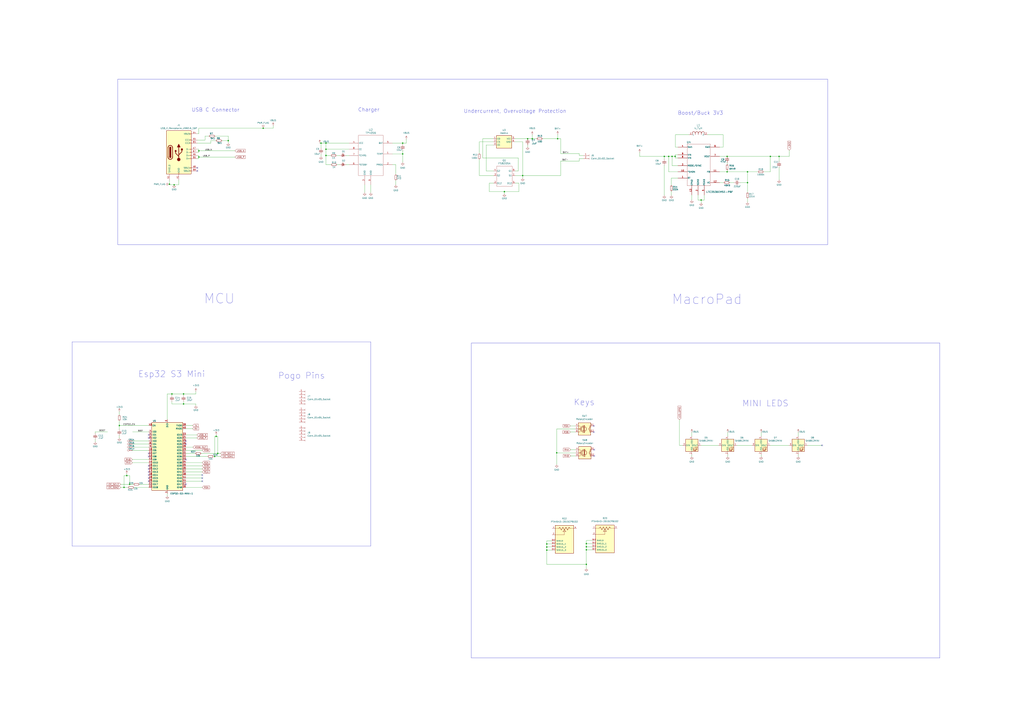
<source format=kicad_sch>
(kicad_sch (version 20231120) (generator "eeschema") (generator_version "8.0")
  (paper "A1")
  (junction (at 216.154 105.41))
  (junction (at 98.044 349.758))
  (junction (at 457.962 114.046))
  (junction (at 549.148 128.524))
  (junction (at 449.072 452.12))
  (junction (at 104.14 390.906))
  (junction (at 481.584 449.326))
  (junction (at 639.826 128.524))
  (junction (at 545.592 128.524))
  (junction (at 613.918 150.114))
  (junction (at 176.276 375.158))
  (junction (at 177.546 358.648))
  (junction (at 481.584 451.866))
  (junction (at 163.322 129.032))
  (junction (at 433.324 114.046))
  (junction (at 554.482 128.524))
  (junction (at 267.716 127.762))
  (junction (at 330.708 126.492))
  (junction (at 267.716 122.682))
  (junction (at 481.584 463.804))
  (junction (at 449.072 447.04))
  (junction (at 178.816 372.618))
  (junction (at 139.192 151.384))
  (junction (at 597.154 141.224))
  (junction (at 613.918 141.224))
  (junction (at 457.2 372.11))
  (junction (at 597.154 128.524))
  (junction (at 449.072 449.58))
  (junction (at 330.708 117.602))
  (junction (at 632.714 128.524))
  (junction (at 150.749 323.723))
  (junction (at 437.134 114.046))
  (junction (at 150.749 331.978))
  (junction (at 551.942 128.524))
  (junction (at 163.322 123.952))
  (junction (at 143.002 151.892))
  (junction (at 575.818 164.338))
  (junction (at 429.26 144.272))
  (junction (at 267.716 117.602))
  (junction (at 187.452 115.57))
  (junction (at 101.854 400.558))
  (junction (at 263.652 117.602))
  (junction (at 141.224 323.723))
  (junction (at 414.274 157.48))
  (junction (at 106.426 398.018))
  (junction (at 481.584 446.786))
  (no_connect (at 122.174 382.778))
  (no_connect (at 162.052 137.922))
  (no_connect (at 166.116 395.478))
  (no_connect (at 487.934 374.65))
  (no_connect (at 122.174 375.158))
  (no_connect (at 152.654 398.018))
  (no_connect (at 122.174 395.478))
  (no_connect (at 122.174 387.858))
  (no_connect (at 122.174 372.618))
  (no_connect (at 487.934 369.57))
  (no_connect (at 122.174 359.918))
  (no_connect (at 122.174 390.398))
  (no_connect (at 166.116 390.398))
  (no_connect (at 122.174 357.378))
  (no_connect (at 162.052 140.462))
  (no_connect (at 487.68 355.092))
  (no_connect (at 152.654 364.998))
  (no_connect (at 152.654 377.698))
  (no_connect (at 122.174 392.938))
  (no_connect (at 152.654 362.458))
  (no_connect (at 487.68 350.012))
  (no_connect (at 675.132 366.014))
  (no_connect (at 122.174 385.318))
  (no_connect (at 166.116 392.938))
  (wire (pts (xy 481.584 451.866) (xy 486.664 451.866)))
  (wire (pts (xy 178.816 372.618) (xy 181.229 372.618)))
  (wire (pts (xy 163.322 105.41) (xy 216.154 105.41)))
  (wire (pts (xy 139.192 151.384) (xy 139.192 151.892)))
  (wire (pts (xy 401.828 150.622) (xy 401.828 157.48)))
  (wire (pts (xy 78.232 354.838) (xy 78.232 356.108)))
  (wire (pts (xy 330.708 117.602) (xy 330.708 118.618)))
  (wire (pts (xy 168.402 111.76) (xy 168.402 115.062)))
  (wire (pts (xy 108.712 362.458) (xy 122.174 362.458)))
  (wire (pts (xy 573.278 160.274) (xy 573.278 164.338)))
  (wire (pts (xy 551.942 136.144) (xy 556.768 136.144)))
  (wire (pts (xy 176.657 111.76) (xy 187.452 111.76)))
  (wire (pts (xy 597.154 134.874) (xy 597.154 133.604)))
  (wire (pts (xy 141.224 323.723) (xy 141.224 324.993)))
  (wire (pts (xy 593.852 120.904) (xy 591.058 120.904)))
  (wire (pts (xy 460.502 132.334) (xy 475.742 132.334)))
  (wire (pts (xy 460.502 114.046) (xy 460.502 126.238)))
  (wire (pts (xy 78.232 361.188) (xy 78.232 363.093)))
  (wire (pts (xy 405.384 144.272) (xy 393.7 144.272)))
  (wire (pts (xy 99.06 400.558) (xy 101.854 400.558)))
  (wire (pts (xy 625.094 373.634) (xy 625.094 375.158)))
  (wire (pts (xy 110.109 400.558) (xy 122.174 400.558)))
  (wire (pts (xy 101.854 390.906) (xy 101.854 400.558)))
  (wire (pts (xy 163.322 123.952) (xy 163.322 125.222)))
  (wire (pts (xy 551.942 128.524) (xy 554.482 128.524)))
  (wire (pts (xy 162.052 115.062) (xy 168.402 115.062)))
  (wire (pts (xy 399.288 140.462) (xy 399.288 119.126)))
  (wire (pts (xy 330.708 126.492) (xy 330.708 133.35)))
  (wire (pts (xy 162.052 117.602) (xy 173.228 117.602)))
  (wire (pts (xy 449.072 452.12) (xy 449.072 463.804)))
  (wire (pts (xy 178.816 358.648) (xy 178.816 372.618)))
  (wire (pts (xy 625.094 355.346) (xy 625.094 358.394)))
  (wire (pts (xy 460.502 132.334) (xy 460.502 144.272)))
  (wire (pts (xy 591.058 150.114) (xy 594.36 150.114)))
  (wire (pts (xy 575.818 366.014) (xy 590.042 366.014)))
  (wire (pts (xy 591.058 141.224) (xy 597.154 141.224)))
  (wire (pts (xy 457.2 372.11) (xy 472.694 372.11)))
  (wire (pts (xy 137.414 405.638) (xy 137.414 407.543)))
  (wire (pts (xy 429.26 144.272) (xy 429.26 146.304)))
  (wire (pts (xy 166.116 400.558) (xy 152.654 400.558)))
  (wire (pts (xy 405.384 140.462) (xy 399.288 140.462)))
  (wire (pts (xy 106.426 390.906) (xy 106.426 398.018)))
  (wire (pts (xy 166.116 392.938) (xy 152.654 392.938)))
  (wire (pts (xy 166.116 380.238) (xy 152.654 380.238)))
  (wire (pts (xy 632.714 128.524) (xy 639.826 128.524)))
  (wire (pts (xy 284.226 135.382) (xy 286.766 135.382)))
  (wire (pts (xy 605.282 366.014) (xy 617.474 366.014)))
  (wire (pts (xy 106.426 398.018) (xy 109.474 398.018)))
  (wire (pts (xy 551.434 157.226) (xy 551.434 160.528)))
  (wire (pts (xy 141.224 331.978) (xy 150.749 331.978)))
  (wire (pts (xy 445.77 114.046) (xy 457.962 114.046)))
  (wire (pts (xy 449.072 452.12) (xy 453.39 452.12)))
  (wire (pts (xy 554.482 127.254) (xy 556.768 127.254)))
  (wire (pts (xy 160.909 321.818) (xy 160.909 323.723)))
  (wire (pts (xy 632.714 141.224) (xy 632.714 128.524)))
  (wire (pts (xy 558.038 366.014) (xy 558.038 344.932)))
  (wire (pts (xy 481.584 451.866) (xy 481.584 463.804)))
  (wire (pts (xy 187.452 111.76) (xy 187.452 115.57)))
  (wire (pts (xy 549.148 128.524) (xy 551.942 128.524)))
  (wire (pts (xy 99.06 398.018) (xy 106.426 398.018)))
  (wire (pts (xy 545.592 128.524) (xy 545.592 130.81)))
  (wire (pts (xy 422.91 114.046) (xy 433.324 114.046)))
  (wire (pts (xy 396.494 114.046) (xy 396.494 129.794)))
  (wire (pts (xy 573.278 164.338) (xy 575.818 164.338)))
  (wire (pts (xy 479.044 130.302) (xy 475.742 130.302)))
  (wire (pts (xy 139.192 151.892) (xy 143.002 151.892)))
  (wire (pts (xy 575.818 164.338) (xy 575.818 166.624)))
  (wire (pts (xy 597.154 139.954) (xy 597.154 141.224)))
  (wire (pts (xy 182.372 115.57) (xy 187.452 115.57)))
  (wire (pts (xy 98.044 340.868) (xy 98.044 338.328)))
  (wire (pts (xy 607.822 150.114) (xy 613.918 150.114)))
  (wire (pts (xy 405.13 114.046) (xy 396.494 114.046)))
  (wire (pts (xy 152.654 372.618) (xy 160.274 372.618)))
  (wire (pts (xy 457.2 352.552) (xy 472.44 352.552)))
  (wire (pts (xy 322.326 117.602) (xy 330.708 117.602)))
  (wire (pts (xy 162.052 130.302) (xy 163.322 130.302)))
  (wire (pts (xy 187.452 115.57) (xy 187.452 117.475)))
  (wire (pts (xy 299.466 151.892) (xy 299.466 158.242)))
  (wire (pts (xy 108.712 364.998) (xy 122.174 364.998)))
  (wire (pts (xy 166.116 382.778) (xy 152.654 382.778)))
  (wire (pts (xy 139.192 148.082) (xy 139.192 151.384)))
  (wire (pts (xy 545.592 128.524) (xy 549.148 128.524)))
  (wire (pts (xy 224.282 103.378) (xy 224.282 105.41)))
  (wire (pts (xy 525.272 125.222) (xy 525.272 128.524)))
  (wire (pts (xy 325.12 148.336) (xy 325.12 151.892)))
  (wire (pts (xy 414.274 157.48) (xy 426.212 157.48)))
  (wire (pts (xy 426.212 157.48) (xy 426.212 150.622)))
  (wire (pts (xy 152.654 359.918) (xy 161.798 359.918)))
  (wire (pts (xy 554.482 127.254) (xy 554.482 128.524)))
  (wire (pts (xy 166.116 395.478) (xy 152.654 395.478)))
  (wire (pts (xy 486.664 444.246) (xy 481.584 444.246)))
  (wire (pts (xy 578.358 160.274) (xy 578.358 164.338)))
  (wire (pts (xy 166.116 370.078) (xy 152.654 370.078)))
  (wire (pts (xy 449.072 449.58) (xy 449.072 452.12)))
  (wire (pts (xy 304.546 151.892) (xy 304.546 158.242)))
  (wire (pts (xy 176.276 358.648) (xy 177.546 358.648)))
  (wire (pts (xy 165.354 372.618) (xy 178.816 372.618)))
  (wire (pts (xy 648.208 123.444) (xy 648.208 128.524)))
  (wire (pts (xy 627.38 141.224) (xy 632.714 141.224)))
  (wire (pts (xy 175.514 375.158) (xy 176.276 375.158)))
  (wire (pts (xy 481.584 449.326) (xy 481.584 451.866)))
  (wire (pts (xy 556.768 146.304) (xy 551.434 146.304)))
  (wire (pts (xy 401.828 157.48) (xy 414.274 157.48)))
  (wire (pts (xy 267.716 127.762) (xy 267.716 135.382)))
  (wire (pts (xy 575.818 164.338) (xy 578.358 164.338)))
  (wire (pts (xy 263.652 117.602) (xy 267.716 117.602)))
  (wire (pts (xy 429.26 144.272) (xy 460.502 144.272)))
  (wire (pts (xy 322.326 135.382) (xy 325.12 135.382)))
  (wire (pts (xy 104.14 389.382) (xy 104.14 390.906)))
  (wire (pts (xy 551.942 136.144) (xy 551.942 128.524)))
  (wire (pts (xy 593.852 110.744) (xy 593.852 120.904)))
  (wire (pts (xy 597.154 141.224) (xy 613.918 141.224)))
  (wire (pts (xy 177.546 358.648) (xy 178.816 358.648)))
  (wire (pts (xy 613.918 163.068) (xy 613.918 166.116)))
  (wire (pts (xy 173.228 115.57) (xy 177.292 115.57)))
  (wire (pts (xy 271.78 135.382) (xy 267.716 135.382)))
  (wire (pts (xy 152.654 349.758) (xy 158.242 349.758)))
  (wire (pts (xy 78.232 354.838) (xy 88.392 354.838)))
  (wire (pts (xy 163.322 129.032) (xy 193.04 129.032)))
  (wire (pts (xy 393.7 131.064) (xy 393.7 144.272)))
  (wire (pts (xy 333.756 114.3) (xy 333.756 117.602)))
  (wire (pts (xy 166.116 385.318) (xy 152.654 385.318)))
  (wire (pts (xy 551.434 146.304) (xy 551.434 152.146)))
  (wire (pts (xy 98.044 349.758) (xy 98.044 352.933)))
  (wire (pts (xy 475.742 127.762) (xy 479.044 127.762)))
  (wire (pts (xy 101.854 390.906) (xy 104.14 390.906)))
  (wire (pts (xy 152.654 357.378) (xy 161.798 357.378)))
  (wire (pts (xy 425.704 140.462) (xy 423.164 140.462)))
  (wire (pts (xy 267.716 122.682) (xy 267.716 127.762)))
  (wire (pts (xy 457.2 372.11) (xy 457.2 381.762)))
  (wire (pts (xy 267.716 117.602) (xy 286.766 117.602)))
  (wire (pts (xy 393.7 116.586) (xy 393.7 125.984)))
  (wire (pts (xy 449.072 463.804) (xy 481.584 463.804)))
  (wire (pts (xy 425.704 129.794) (xy 425.704 140.462)))
  (wire (pts (xy 322.326 126.492) (xy 330.708 126.492)))
  (wire (pts (xy 639.826 128.524) (xy 639.826 132.588)))
  (wire (pts (xy 137.414 323.723) (xy 137.414 344.678)))
  (wire (pts (xy 449.072 444.5) (xy 449.072 447.04)))
  (wire (pts (xy 449.072 447.04) (xy 449.072 449.58)))
  (wire (pts (xy 655.574 373.634) (xy 655.574 375.158)))
  (wire (pts (xy 613.918 141.224) (xy 613.918 150.114)))
  (wire (pts (xy 475.742 130.302) (xy 475.742 132.334)))
  (wire (pts (xy 475.742 126.238) (xy 475.742 127.762)))
  (wire (pts (xy 437.134 114.046) (xy 440.69 114.046)))
  (wire (pts (xy 481.584 446.786) (xy 481.584 449.326)))
  (wire (pts (xy 263.652 126.746) (xy 263.652 128.524)))
  (wire (pts (xy 568.198 160.274) (xy 568.198 164.338)))
  (wire (pts (xy 108.712 367.538) (xy 122.174 367.538)))
  (wire (pts (xy 177.546 357.378) (xy 177.546 358.648)))
  (wire (pts (xy 581.152 110.744) (xy 593.852 110.744)))
  (wire (pts (xy 481.584 446.786) (xy 486.664 446.786)))
  (wire (pts (xy 104.14 390.906) (xy 106.426 390.906)))
  (wire (pts (xy 141.224 330.073) (xy 141.224 331.978)))
  (wire (pts (xy 453.39 444.5) (xy 449.072 444.5)))
  (wire (pts (xy 141.224 323.723) (xy 137.414 323.723)))
  (wire (pts (xy 460.502 126.238) (xy 475.742 126.238)))
  (wire (pts (xy 639.826 137.668) (xy 639.826 147.828)))
  (wire (pts (xy 263.652 117.602) (xy 263.652 121.666)))
  (wire (pts (xy 163.322 123.952) (xy 193.04 123.952)))
  (wire (pts (xy 556.768 120.904) (xy 554.736 120.904)))
  (wire (pts (xy 554.482 128.524) (xy 554.482 129.794)))
  (wire (pts (xy 545.592 135.89) (xy 545.592 160.528)))
  (wire (pts (xy 163.322 130.302) (xy 163.322 129.032)))
  (wire (pts (xy 613.918 150.114) (xy 613.918 157.988)))
  (wire (pts (xy 168.402 111.76) (xy 171.577 111.76)))
  (wire (pts (xy 423.164 144.272) (xy 429.26 144.272)))
  (wire (pts (xy 330.708 117.602) (xy 333.756 117.602)))
  (wire (pts (xy 481.584 444.246) (xy 481.584 446.786)))
  (wire (pts (xy 437.134 110.744) (xy 437.134 114.046)))
  (wire (pts (xy 98.044 349.758) (xy 122.174 349.758)))
  (wire (pts (xy 163.322 122.682) (xy 163.322 123.952)))
  (wire (pts (xy 163.322 129.032) (xy 163.322 127.762)))
  (wire (pts (xy 632.714 366.014) (xy 647.954 366.014)))
  (wire (pts (xy 325.12 135.382) (xy 325.12 143.256)))
  (wire (pts (xy 98.044 358.013) (xy 98.044 359.918)))
  (wire (pts (xy 162.052 109.982) (xy 163.322 109.982)))
  (wire (pts (xy 150.749 324.993) (xy 150.749 323.723)))
  (wire (pts (xy 150.749 331.978) (xy 150.749 330.073)))
  (wire (pts (xy 152.654 352.298) (xy 158.242 352.298)))
  (wire (pts (xy 150.749 323.723) (xy 141.224 323.723)))
  (wire (pts (xy 267.716 117.602) (xy 267.716 122.682)))
  (wire (pts (xy 560.578 366.014) (xy 558.038 366.014)))
  (wire (pts (xy 166.116 390.398) (xy 152.654 390.398)))
  (wire (pts (xy 276.606 127.762) (xy 279.146 127.762)))
  (wire (pts (xy 568.198 373.634) (xy 568.198 375.158)))
  (wire (pts (xy 457.2 352.552) (xy 457.2 372.11)))
  (wire (pts (xy 262.636 117.602) (xy 263.652 117.602)))
  (wire (pts (xy 330.708 123.698) (xy 330.708 126.492)))
  (wire (pts (xy 158.496 367.538) (xy 152.654 367.538)))
  (wire (pts (xy 599.44 150.114) (xy 602.742 150.114)))
  (wire (pts (xy 276.86 135.382) (xy 279.146 135.382)))
  (wire (pts (xy 568.198 355.346) (xy 568.198 358.394)))
  (wire (pts (xy 422.91 116.586) (xy 429.26 116.586)))
  (wire (pts (xy 556.768 129.794) (xy 554.482 129.794)))
  (wire (pts (xy 160.909 331.978) (xy 160.909 333.248)))
  (wire (pts (xy 613.918 141.224) (xy 622.3 141.224)))
  (wire (pts (xy 108.839 354.838) (xy 122.174 354.838)))
  (wire (pts (xy 554.736 120.904) (xy 554.736 110.744)))
  (wire (pts (xy 163.322 105.41) (xy 163.322 109.982)))
  (wire (pts (xy 468.376 350.012) (xy 472.44 350.012)))
  (wire (pts (xy 468.63 369.57) (xy 472.694 369.57)))
  (wire (pts (xy 162.052 122.682) (xy 163.322 122.682)))
  (wire (pts (xy 449.072 449.58) (xy 453.39 449.58)))
  (wire (pts (xy 101.854 400.558) (xy 105.029 400.558)))
  (wire (pts (xy 396.494 129.794) (xy 425.704 129.794)))
  (wire (pts (xy 163.322 125.222) (xy 162.052 125.222)))
  (wire (pts (xy 150.749 323.723) (xy 160.909 323.723)))
  (wire (pts (xy 176.276 358.648) (xy 176.276 375.158)))
  (wire (pts (xy 414.274 157.48) (xy 414.274 159.258)))
  (wire (pts (xy 267.716 127.762) (xy 271.526 127.762)))
  (wire (pts (xy 433.324 114.046) (xy 437.134 114.046)))
  (wire (pts (xy 405.13 116.586) (xy 393.7 116.586)))
  (wire (pts (xy 173.228 117.602) (xy 173.228 115.57)))
  (wire (pts (xy 591.058 128.524) (xy 597.154 128.524)))
  (wire (pts (xy 176.276 375.158) (xy 181.229 375.158)))
  (wire (pts (xy 160.909 331.978) (xy 150.749 331.978)))
  (wire (pts (xy 481.584 449.326) (xy 486.664 449.326)))
  (wire (pts (xy 554.736 110.744) (xy 565.912 110.744)))
  (wire (pts (xy 597.662 373.634) (xy 597.662 375.158)))
  (wire (pts (xy 108.712 370.078) (xy 122.174 370.078)))
  (wire (pts (xy 98.044 345.948) (xy 98.044 349.758)))
  (wire (pts (xy 152.654 375.158) (xy 170.434 375.158)))
  (wire (pts (xy 146.812 151.892) (xy 143.002 151.892)))
  (wire (pts (xy 468.376 355.092) (xy 472.44 355.092)))
  (wire (pts (xy 525.272 128.524) (xy 545.592 128.524)))
  (wire (pts (xy 597.662 355.346) (xy 597.662 358.394)))
  (wire (pts (xy 457.962 114.046) (xy 460.502 114.046)))
  (wire (pts (xy 597.154 128.524) (xy 632.714 128.524)))
  (wire (pts (xy 655.574 355.346) (xy 655.574 358.394)))
  (wire (pts (xy 399.288 119.126) (xy 405.13 119.126)))
  (wire (pts (xy 433.324 119.126) (xy 433.324 120.65)))
  (wire (pts (xy 166.116 387.858) (xy 152.654 387.858)))
  (wire (pts (xy 286.766 122.682) (xy 267.716 122.682)))
  (wire (pts (xy 481.584 463.804) (xy 481.584 467.106)))
  (wire (pts (xy 284.226 127.762) (xy 286.766 127.762)))
  (wire (pts (xy 549.148 141.224) (xy 556.768 141.224)))
  (wire (pts (xy 114.554 398.018) (xy 122.174 398.018)))
  (wire (pts (xy 426.212 150.622) (xy 423.164 150.622)))
  (wire (pts (xy 549.148 141.224) (xy 549.148 128.524)))
  (wire (pts (xy 216.154 105.41) (xy 224.282 105.41)))
  (wire (pts (xy 429.26 116.586) (xy 429.26 144.272)))
  (wire (pts (xy 449.072 447.04) (xy 453.39 447.04)))
  (wire (pts (xy 639.826 128.524) (xy 648.208 128.524)))
  (wire (pts (xy 405.384 150.622) (xy 401.828 150.622)))
  (wire (pts (xy 108.712 377.698) (xy 122.174 377.698)))
  (wire (pts (xy 457.962 110.49) (xy 457.962 114.046)))
  (wire (pts (xy 146.812 148.082) (xy 146.812 151.892)))
  (wire (pts (xy 468.63 374.65) (xy 472.694 374.65)))
  (wire (pts (xy 663.194 366.014) (xy 675.132 366.014)))
  (wire (pts (xy 108.712 380.238) (xy 122.174 380.238)))
  (wire (pts (xy 163.322 127.762) (xy 162.052 127.762)))
  (rectangle (start 96.774 65.024) (end 679.704 201.168))
  (rectangle (start 387.096 281.94) (end 771.906 540.766))
  (rectangle (start 59.182 280.924) (end 304.546 448.818))
  (text "Charger" (at 302.895 90.297 0) (effects (font (size 3 3))))
  (text "MINI LEDS" (at 628.65 331.724 0) (effects (font (size 5 5))))
  (text "USB C Connector" (at 177.038 90.424 0) (effects (font (size 3 3))))
  (text "Undercurrent, Overvoltage Protection" (at 423.037 91.44 0) (effects (font (size 3 3))))
  (text "MacroPad" (at 580.644 246.126 0) (effects (font (size 8 8))))
  (text "Esp32 S3 Mini" (at 140.97 307.594 0) (effects (font (size 5 5))))
  (text "MCU" (at 180.086 245.618 0) (effects (font (size 8 8))))
  (text "Pogo Pins\n" (at 247.65 308.864 0) (effects (font (size 5 5))))
  (text "Keys" (at 479.806 330.708 0) (effects (font (size 5 5))))
  (text "Boost/Buck 3V3" (at 575.31 92.964 0) (effects (font (size 3 3))))
  (label "BAT-" (at 466.852 132.334 180))
  (label "USB_P" (at 166.624 129.032 0) (effects (font (size 1.15 1.15))))
  (label "BAT+" (at 467.106 126.238 180))
  (label "USB_N" (at 168.402 123.952 0) (effects (font (size 1.15 1.15))))
  (label "ESP32_EN" (at 101.219 349.758 0))
  (label "BOOT" (at 81.407 354.838 0))
  (label "BOOT" (at 113.284 354.838 0) (effects (font (size 1 1))))
  (global_label "I2C_SCL1" (shape input) (at 181.229 372.618 0) (property "Intersheetrefs" "${INTERSHEET_REFS}" (effects (hide yes))))
  (global_label "R4B" (shape input) (at 468.63 374.65 180) (property "Intersheetrefs" "${INTERSHEET_REFS}" (effects (hide yes))))
  (global_label "+3V3" (shape input) (at 648.208 123.444 90) (property "Intersheetrefs" "${INTERSHEET_REFS}" (effects (hide yes))))
  (global_label "USB_N" (shape input) (at 193.04 123.952 0) (property "Intersheetrefs" "${INTERSHEET_REFS}" (effects (hide yes))))
  (global_label "I2C_SCL2" (shape input) (at 99.06 398.018 180) (property "Intersheetrefs" "${INTERSHEET_REFS}" (effects (hide yes))))
  (global_label "R1A" (shape input) (at 166.116 387.858 0) (property "Intersheetrefs" "${INTERSHEET_REFS}" (effects (hide yes))))
  (global_label "I2C_SDA1" (shape input) (at 181.229 375.158 0) (property "Intersheetrefs" "${INTERSHEET_REFS}" (effects (hide yes))))
  (global_label "R4A" (shape input) (at 108.712 380.238 180) (property "Intersheetrefs" "${INTERSHEET_REFS}" (effects (hide yes))))
  (global_label "R2A" (shape input) (at 166.116 380.238 0) (property "Intersheetrefs" "${INTERSHEET_REFS}" (effects (hide yes))))
  (global_label "R3A" (shape input) (at 166.116 400.558 0) (property "Intersheetrefs" "${INTERSHEET_REFS}" (effects (hide yes))))
  (global_label "LED_GPIO" (shape input) (at 558.038 344.932 90) (property "Intersheetrefs" "${INTERSHEET_REFS}" (effects (hide yes))))
  (global_label "TX" (shape input) (at 158.242 349.758 0) (property "Intersheetrefs" "${INTERSHEET_REFS}" (effects (hide yes))))
  (global_label "R3A" (shape input) (at 468.376 350.012 180) (property "Intersheetrefs" "${INTERSHEET_REFS}" (effects (hide yes))))
  (global_label "R4B" (shape input) (at 108.712 377.698 180) (property "Intersheetrefs" "${INTERSHEET_REFS}" (effects (hide yes))))
  (global_label "R2B" (shape input) (at 166.116 382.778 0) (property "Intersheetrefs" "${INTERSHEET_REFS}" (effects (hide yes))))
  (global_label "USB_P" (shape input) (at 193.04 129.032 0) (property "Intersheetrefs" "${INTERSHEET_REFS}" (effects (hide yes))))
  (global_label "AS56_OUT" (shape input) (at 158.496 367.538 0) (property "Intersheetrefs" "${INTERSHEET_REFS}" (effects (hide yes))))
  (global_label "R3B" (shape input) (at 166.116 370.078 0) (property "Intersheetrefs" "${INTERSHEET_REFS}" (effects (hide yes))))
  (global_label "USB_N" (shape input) (at 161.798 357.378 0) (property "Intersheetrefs" "${INTERSHEET_REFS}" (effects (hide yes))))
  (global_label "R1B" (shape input) (at 166.116 385.318 0) (property "Intersheetrefs" "${INTERSHEET_REFS}" (effects (hide yes))))
  (global_label "RX" (shape input) (at 158.242 352.298 0) (property "Intersheetrefs" "${INTERSHEET_REFS}" (effects (hide yes))))
  (global_label "I2C_SDA2" (shape input) (at 99.06 400.558 180) (property "Intersheetrefs" "${INTERSHEET_REFS}" (effects (hide yes))))
  (global_label "R3B" (shape input) (at 468.376 355.092 180) (property "Intersheetrefs" "${INTERSHEET_REFS}" (effects (hide yes))))
  (global_label "USB_P" (shape input) (at 161.798 359.918 0) (property "Intersheetrefs" "${INTERSHEET_REFS}" (effects (hide yes))))
  (global_label "R4A" (shape input) (at 468.63 369.57 180) (property "Intersheetrefs" "${INTERSHEET_REFS}" (effects (hide yes))))
  (symbol (lib_id "power:GND") (at 613.918 166.116 0) (unit 1)
    (property "Reference" "#PWR033" (effects (hide yes)))
    (property "Value" "GND" (at 613.918 170.18 0))
    (property "Description" "Power symbol creates a global label with name \"GND\" , ground" (effects (hide yes)))
  )
  (symbol (lib_id "Device:R_Small") (at 325.12 145.796 180) (unit 1)
    (property "Reference" "R11" (at 327.66 144.78 0))
    (property "Value" "1K3" (at 327.66 146.558 0))
    (property "Footprint" "Resistor_SMD:R_0603_1608Metric_Pad0.98x0.95mm_HandSolder" (effects (hide yes)))
    (property "Description" "Resistor, small symbol" (effects (hide yes)))
    (property "Manufacture Part Number" "FRC0603F1301TS" (effects (hide yes)))
    (property "LCSC Part Number" "C2906977" (effects (hide yes)))
  )
  (symbol (lib_id "power:+3V3") (at 160.909 321.818 0) (unit 1)
    (property "Reference" "#PWR037" (effects (hide yes)))
    (property "Value" "+3V3" (at 160.909 316.738 0))
    (property "Description" "Power symbol creates a global label with name \"+3V3\"" (effects (hide yes)))
  )
  (symbol (lib_id "power:PWR_FLAG") (at 216.154 105.41 0) (unit 1)
    (property "Reference" "#FLG02" (effects (hide yes)))
    (property "Value" "PWR_FLAG" (at 216.154 100.965 0))
    (property "Description" "Special symbol for telling ERC where power comes from" (effects (hide yes)))
  )
  (symbol (lib_id "power:GND") (at 429.26 146.304 0) (unit 1)
    (property "Reference" "#PWR020" (effects (hide yes)))
    (property "Value" "GND" (at 429.26 150.622 0))
    (property "Description" "Power symbol creates a global label with name \"GND\" , ground" (effects (hide yes)))
  )
  (symbol (lib_id "Device:C_Small") (at 150.749 327.533 0) (unit 1)
    (property "Reference" "C15" (at 153.289 326.9042 0) (effects (justify left)))
    (property "Value" "10uF" (at 153.289 328.8093 0) (effects (justify left)))
    (property "Footprint" "Capacitor_SMD:C_0603_1608Metric_Pad1.08x0.95mm_HandSolder" (effects (hide yes)))
    (property "Description" "Unpolarized capacitor, small symbol" (effects (hide yes)))
  )
  (symbol (lib_id "Device:R_Small") (at 162.814 372.618 270) (mirror x) (unit 1)
    (property "Reference" "R27" (at 156.718 371.348 90) (effects (justify left)))
    (property "Value" "10k" (at 160.909 374.523 90) (effects (justify left)))
    (property "Footprint" "Resistor_SMD:R_0603_1608Metric_Pad0.98x0.95mm_HandSolder" (effects (hide yes)))
    (property "Description" "Resistor, small symbol" (effects (hide yes)))
  )
  (symbol (lib_id "LED:SK6812MINI") (at 568.198 366.014 0) (unit 1)
    (property "Reference" "D5" (at 579.882 359.6954 0))
    (property "Value" "SK6812MINI" (at 579.882 362.2354 0))
    (property "Footprint" "LED_SMD:LED_SK6812MINI_PLCC4_3.5x3.5mm_P1.75mm_1_Hole_Pads" (effects (hide yes)))
    (property "Datasheet" "https://cdn-shop.adafruit.com/product-files/2686/SK6812MINI_REV.01-1-2.pdf" (effects (hide yes)))
    (property "Description" "RGB LED with integrated controller" (effects (hide yes)))
  )
  (symbol (lib_id "Device:LED_Small") (at 281.686 127.762 0) (mirror y) (unit 1)
    (property "Reference" "D1" (at 282.194 124.46 0))
    (property "Value" "LED_Small" (effects (hide yes)))
    (property "Footprint" "LED_SMD:LED_0603_1608Metric_Pad1.05x0.95mm_HandSolder" (effects (hide yes)))
    (property "Description" "Colorless Transparent Lens 50mW 620nm~630nm 20mA Positive Stick -20℃~+85℃ Red 120° 330mcd 2.3V 0603 LED" (effects (hide yes)))
    (property "Manufacture Part Number" "SZYY0603B" (effects (hide yes)))
    (property "LCSC Part Number" "C434421" (effects (hide yes)))
  )
  (symbol (lib_id "power:GND") (at 655.574 375.158 0) (unit 1)
    (property "Reference" "#PWR048" (effects (hide yes)))
    (property "Value" "GND" (at 655.574 379.476 0))
    (property "Description" "Power symbol creates a global label with name \"GND\" , ground" (effects (hide yes)))
  )
  (symbol (lib_id "power:VBUS") (at 437.134 110.744 0) (unit 1)
    (property "Reference" "#PWR022" (effects (hide yes)))
    (property "Value" "VBUS" (at 437.134 105.41 0))
    (property "Description" "Power symbol creates a global label with name \"VBUS\"" (effects (hide yes)))
  )
  (symbol (lib_id "power:GND") (at 78.232 363.093 0) (unit 1)
    (property "Reference" "#PWR029" (effects (hide yes)))
    (property "Value" "GND" (at 78.232 366.903 0))
    (property "Description" "Power symbol creates a global label with name \"GND\" , ground" (effects (hide yes)))
  )
  (symbol (lib_id "power:GND") (at 575.818 166.624 0) (unit 1)
    (property "Reference" "#PWR028" (effects (hide yes)))
    (property "Value" "GND" (at 575.818 170.942 0))
    (property "Description" "Power symbol creates a global label with name \"GND\" , ground" (effects (hide yes)))
  )
  (symbol (lib_id "Device:C_Small") (at 263.652 124.206 0) (unit 1)
    (property "Reference" "C5" (at 259.588 122.428 0) (effects (justify left)))
    (property "Value" "10uF" (at 258.064 126.492 0) (effects (justify left)))
    (property "Footprint" "Capacitor_SMD:C_0603_1608Metric_Pad1.08x0.95mm_HandSolder" (effects (hide yes)))
    (property "Description" "Unpolarized capacitor, small symbol" (effects (hide yes)))
    (property "Manufacture Part Number" "CS1608X5R106M160NRB" (effects (hide yes)))
    (property "LCSC Part Number" "C2909630" (effects (hide yes)))
  )
  (symbol (lib_id "power:GND") (at 325.12 151.892 0) (unit 1)
    (property "Reference" "#PWR016" (effects (hide yes)))
    (property "Value" "GND" (at 325.12 156.464 0))
    (property "Description" "Power symbol creates a global label with name \"GND\" , ground" (effects (hide yes)))
  )
  (symbol (lib_id "Device:LED_Small") (at 281.686 135.382 0) (mirror y) (unit 1)
    (property "Reference" "D2" (at 282.194 132.08 0))
    (property "Value" "LED_Small" (effects (hide yes)))
    (property "Footprint" "LED_SMD:LED_0603_1608Metric_Pad1.05x0.95mm_HandSolder" (effects (hide yes)))
    (property "Description" "Colorless Transparent Lens 50mW 620nm~630nm 20mA Positive Stick -20℃~+85℃ Red 120° 330mcd 2.3V 0603 LED" (effects (hide yes)))
    (property "Manufacture Part Number" "XL-1608SURC-06" (effects (hide yes)))
    (property "LCSC Part Number" "C965799" (effects (hide yes)))
  )
  (symbol (lib_id "power:+3V3") (at 568.198 355.346 0) (unit 1)
    (property "Reference" "#PWR031" (effects (hide yes)))
    (property "Value" "VBUS" (at 571.246 354.838 0))
    (property "Description" "Power symbol creates a global label with name \"+3V3\"" (effects (hide yes)))
  )
  (symbol (lib_id "power:GND") (at 304.546 158.242 0) (unit 1)
    (property "Reference" "#PWR015" (effects (hide yes)))
    (property "Value" "GND" (at 304.546 162.814 0))
    (property "Description" "Power symbol creates a global label with name \"GND\" , ground" (effects (hide yes)))
  )
  (symbol (lib_id "power:GND") (at 551.434 160.528 0) (unit 1)
    (property "Reference" "#PWR026" (effects (hide yes)))
    (property "Value" "GND" (at 551.434 164.592 0))
    (property "Description" "Power symbol creates a global label with name \"GND\" , ground" (effects (hide yes)))
  )
  (symbol (lib_id "Device:C_Small") (at 98.044 355.473 0) (unit 1)
    (property "Reference" "C13" (at 99.949 354.203 0) (effects (justify left)))
    (property "Value" ".1uF" (at 99.949 356.1081 0) (effects (justify left)))
    (property "Footprint" "Capacitor_SMD:C_0603_1608Metric_Pad1.08x0.95mm_HandSolder" (effects (hide yes)))
    (property "Description" "Unpolarized capacitor, small symbol" (effects (hide yes)))
  )
  (symbol (lib_id "Device:RotaryEncoder_Switch") (at 480.314 372.11 0) (unit 1)
    (property "Reference" "SW8" (at 480.314 361.696 0))
    (property "Value" "RotaryEncoder" (at 480.314 364.236 0))
    (property "Footprint" "Test_Encoder:PEC12R-4x15F-Sxxxx_BRN" (effects (hide yes)))
    (property "Description" "Rotary encoder, dual channel, incremental quadrate outputs, with switch" (effects (hide yes)))
  )
  (symbol (lib_id "power:GND") (at 414.274 159.258 0) (unit 1)
    (property "Reference" "#PWR019" (effects (hide yes)))
    (property "Value" "GND" (at 414.274 163.068 0))
    (property "Description" "Power symbol creates a global label with name \"GND\" , ground" (effects (hide yes)))
  )
  (symbol (lib_id "power:GND") (at 98.044 359.918 0) (unit 1)
    (property "Reference" "#PWR034" (effects (hide yes)))
    (property "Value" "GND" (at 98.044 363.728 0))
    (property "Description" "Power symbol creates a global label with name \"GND\" , ground" (effects (hide yes)))
  )
  (symbol (lib_id "power:GND") (at 160.909 333.248 0) (unit 1)
    (property "Reference" "#PWR041" (effects (hide yes)))
    (property "Value" "GND" (at 160.909 337.058 0))
    (property "Description" "Power symbol creates a global label with name \"GND\" , ground" (effects (hide yes)))
  )
  (symbol (lib_id "Device:C_Small") (at 605.282 150.114 90) (unit 1)
    (property "Reference" "C10" (at 605.282 147.066 90))
    (property "Value" "220pF" (at 605.536 153.162 90))
    (property "Footprint" "Capacitor_SMD:C_0603_1608Metric_Pad1.08x0.95mm_HandSolder" (effects (hide yes)))
    (property "Description" "Unpolarized capacitor, small symbol" (effects (hide yes)))
    (property "Manufacture Part Number" "0603CG221J500NT" (effects (hide yes)))
    (property "LCSC Part Number" "C156398" (effects (hide yes)))
  )
  (symbol (lib_id "power:+3V3") (at 597.662 355.346 0) (unit 1)
    (property "Reference" "#PWR038" (effects (hide yes)))
    (property "Value" "VBUS" (at 600.71 354.838 0))
    (property "Description" "Power symbol creates a global label with name \"+3V3\"" (effects (hide yes)))
  )
  (symbol (lib_id "Device:C_Small") (at 141.224 327.533 0) (unit 1)
    (property "Reference" "C14" (at 143.764 326.9042 0) (effects (justify left)))
    (property "Value" ".1uF" (at 143.764 328.8093 0) (effects (justify left)))
    (property "Footprint" "Capacitor_SMD:C_0603_1608Metric_Pad1.08x0.95mm_HandSolder" (effects (hide yes)))
    (property "Description" "Unpolarized capacitor, small symbol" (effects (hide yes)))
  )
  (symbol (lib_id "Connector:Conn_01x05_Socket") (at 250.698 341.884 0) (unit 1)
    (property "Reference" "J8" (at 252.476 340.6139 0) (effects (justify left)))
    (property "Value" "Conn_01x05_Socket" (at 252.476 343.1539 0) (effects (justify left)))
    (property "Footprint" "Connector_PinHeader_2.54mm:PinHeader_1x05_P2.54mm_Vertical_Adafruit" (effects (hide yes)))
    (property "Description" "Generic connector, single row, 01x05, script generated" (effects (hide yes)))
  )
  (symbol (lib_id "Connector:Conn_01x05_Socket") (at 250.698 356.87 0) (unit 1)
    (property "Reference" "J9" (at 252.476 355.5999 0) (effects (justify left)))
    (property "Value" "Conn_01x05_Socket" (at 252.476 358.1399 0) (effects (justify left)))
    (property "Footprint" "Connector_PinHeader_2.54mm:PinHeader_1x05_P2.54mm_Vertical_Adafruit" (effects (hide yes)))
    (property "Description" "Generic connector, single row, 01x05, script generated" (effects (hide yes)))
  )
  (symbol (lib_id "Connector:TestPoint") (at 108.712 367.538 90) (unit 1)
    (property "Reference" "TP16" (at 107.95 366.522 90))
    (property "Value" "TestPoint" (effects (hide yes)))
    (property "Description" "test point" (effects (hide yes)))
  )
  (symbol (lib_id "Device:R_Small") (at 624.84 141.224 270) (unit 1)
    (property "Reference" "R18" (at 624.84 139.192 90))
    (property "Value" "1000k" (at 624.84 143.51 90))
    (property "Footprint" "Resistor_SMD:R_0603_1608Metric_Pad0.98x0.95mm_HandSolder" (effects (hide yes)))
    (property "Description" "Resistor, small symbol" (effects (hide yes)))
    (property "Manufacture Part Number" "SFR03EZPF1004" (effects (hide yes)))
    (property "LCSC Part Number" "C2962743" (effects (hide yes)))
  )
  (symbol (lib_id "LED:SK6812MINI") (at 597.662 366.014 0) (unit 1)
    (property "Reference" "D6" (at 609.346 359.6954 0))
    (property "Value" "SK6812MINI" (at 609.346 362.2354 0))
    (property "Footprint" "LED_SMD:LED_SK6812MINI_PLCC4_3.5x3.5mm_P1.75mm_1_Hole_Pads" (effects (hide yes)))
    (property "Datasheet" "https://cdn-shop.adafruit.com/product-files/2686/SK6812MINI_REV.01-1-2.pdf" (effects (hide yes)))
    (property "Description" "RGB LED with integrated controller" (effects (hide yes)))
  )
  (symbol (lib_id "Device:R_Small") (at 596.9 150.114 90) (unit 1)
    (property "Reference" "R15" (at 597.154 148.082 90))
    (property "Value" "49K9" (at 597.154 152.4 90))
    (property "Footprint" "Resistor_SMD:R_0603_1608Metric_Pad0.98x0.95mm_HandSolder" (effects (hide yes)))
    (property "Description" "Resistor, small symbol" (effects (hide yes)))
    (property "Manufacture Part Number" "0603WAF4992T5E" (effects (hide yes)))
    (property "LCSC Part Number" "C23184" (effects (hide yes)))
  )
  (symbol (lib_id "Battery_Management:DW01A") (at 415.29 116.586 0) (unit 1)
    (property "Reference" "U3" (at 414.02 106.934 0))
    (property "Value" "DW01A" (at 414.02 109.474 0))
    (property "Footprint" "Package_TO_SOT_SMD:SOT-23-6" (effects (hide yes)))
    (property "Datasheet" "https://www.lcsc.com/datasheet/lcsc_datasheet_2410121609_HUASHUO-DW01_C700964.pdf" (effects (hide yes)))
    (property "Description" "Overcharge, overcurrent and overdischarge protection IC for single cell lithium-ion/polymer battery" (effects (hide yes)))
    (property "LCSC Part Number" "C700964 " (effects (hide yes)))
    (property "Manufacture Part Number" "DW01" (effects (hide yes)))
  )
  (symbol (lib_id "RF_Module:ESP32-S3-MINI-1") (at 137.414 375.158 0) (unit 1)
    (property "Reference" "U5" (at 125.349 345.948 0) (effects (justify left)))
    (property "Value" "ESP32-S3-MINI-1" (at 139.954 405.638 0) (effects (justify left)))
    (property "Footprint" "RF_Module:ESP32-S2-MINI-1" (effects (hide yes)))
    (property "Datasheet" "https://www.espressif.com/sites/default/files/documentation/esp32-s3-mini-1_mini-1u_datasheet_en.pdf" (effects (hide yes)))
    (property "Description" "RF Module, ESP32-S3 SoC, Wi-Fi 802.11b/g/n, Bluetooth, BLE, 32-bit, 3.3V, SMD, onboard antenna" (effects (hide yes)))
  )
  (symbol (lib_id "Device:RotaryEncoder_Switch") (at 480.06 352.552 0) (unit 1)
    (property "Reference" "SW7" (at 480.06 341.884 0))
    (property "Value" "RotaryEncoder" (at 480.06 344.424 0))
    (property "Footprint" "Test_Encoder:PEC12R-4x15F-Sxxxx_BRN" (effects (hide yes)))
    (property "Description" "Rotary encoder, dual channel, incremental quadrate outputs, with switch" (effects (hide yes)))
  )
  (symbol (lib_id "Connector:TestPoint") (at 108.712 370.078 90) (unit 1)
    (property "Reference" "TP17" (at 107.95 369.062 90))
    (property "Value" "TestPoint" (effects (hide yes)))
    (property "Description" "test point" (effects (hide yes)))
  )
  (symbol (lib_id "power:GND") (at 568.198 375.158 0) (unit 1)
    (property "Reference" "#PWR032" (effects (hide yes)))
    (property "Value" "GND" (at 568.198 379.476 0))
    (property "Description" "Power symbol creates a global label with name \"GND\" , ground" (effects (hide yes)))
  )
  (symbol (lib_id "LED:SK6812MINI") (at 625.094 366.014 0) (unit 1)
    (property "Reference" "D7" (at 636.778 359.6954 0))
    (property "Value" "SK6812MINI" (at 636.778 362.2354 0))
    (property "Footprint" "LED_SMD:LED_SK6812MINI_PLCC4_3.5x3.5mm_P1.75mm_1_Hole_Pads" (effects (hide yes)))
    (property "Datasheet" "https://cdn-shop.adafruit.com/product-files/2686/SK6812MINI_REV.01-1-2.pdf" (effects (hide yes)))
    (property "Description" "RGB LED with integrated controller" (effects (hide yes)))
  )
  (symbol (lib_id "power:GND") (at 481.584 467.106 0) (unit 1)
    (property "Reference" "#PWR01" (effects (hide yes)))
    (property "Value" "GND" (at 481.584 471.932 0))
    (property "Description" "Power symbol creates a global label with name \"GND\" , ground" (effects (hide yes)))
  )
  (symbol (lib_id "Device:C_Small") (at 639.826 135.128 0) (unit 1)
    (property "Reference" "C11" (at 635.508 133.096 0) (effects (justify left)))
    (property "Value" "22pF" (at 634.238 137.414 0) (effects (justify left)))
    (property "Footprint" "Capacitor_SMD:C_0603_1608Metric_Pad1.08x0.95mm_HandSolder" (effects (hide yes)))
    (property "Description" "Unpolarized capacitor, small symbol" (effects (hide yes)))
    (property "Manufacture Part Number" "0603N220F101CT" (effects (hide yes)))
    (property "LCSC Part Number" "C296053" (effects (hide yes)))
  )
  (symbol (lib_id "Device:C_Small") (at 545.592 133.35 0) (unit 1)
    (property "Reference" "C8" (at 538.226 132.08 0) (effects (justify left)))
    (property "Value" "10uF" (at 538.226 134.62 0) (effects (justify left)))
    (property "Footprint" "Capacitor_SMD:C_0603_1608Metric_Pad1.08x0.95mm_HandSolder" (effects (hide yes)))
    (property "Description" "Unpolarized capacitor, small symbol" (effects (hide yes)))
    (property "Manufacture Part Number" "CS1608X5R106M160NRB" (effects (hide yes)))
    (property "LCSC Part Number" "C2909630" (effects (hide yes)))
  )
  (symbol (lib_id "power:VBUS") (at 224.282 103.378 0) (unit 1)
    (property "Reference" "#PWR011" (effects (hide yes)))
    (property "Value" "VBUS" (at 224.282 98.933 0))
    (property "Description" "Power symbol creates a global label with name \"VBUS\"" (effects (hide yes)))
  )
  (symbol (lib_id "LED:SK6812MINI") (at 655.574 366.014 0) (unit 1)
    (property "Reference" "D8" (at 667.258 359.6954 0))
    (property "Value" "SK6812MINI" (at 667.258 362.2354 0))
    (property "Footprint" "LED_SMD:LED_SK6812MINI_PLCC4_3.5x3.5mm_P1.75mm_1_Hole_Pads" (effects (hide yes)))
    (property "Datasheet" "https://cdn-shop.adafruit.com/product-files/2686/SK6812MINI_REV.01-1-2.pdf" (effects (hide yes)))
    (property "Description" "RGB LED with integrated controller" (effects (hide yes)))
  )
  (symbol (lib_id "Connector:USB_C_Receptacle_USB2.0_16P") (at 146.812 125.222 0) (unit 1)
    (property "Reference" "J1" (at 146.812 102.87 0))
    (property "Value" "USB_C_Receptacle_USB2.0_16P" (at 146.812 105.41 0))
    (property "Footprint" "Connector_USB:USB_C_Receptacle_GCT_USB4105-xx-A_16P_TopMnt_Horizontal" (effects (hide yes)))
    (property "Datasheet" "https://www.usb.org/sites/default/files/documents/usb_type-c.zip" (effects (hide yes)))
    (property "Description" "USB 2.0-only 16P Type-C Receptacle connector" (effects (hide yes)))
  )
  (symbol (lib_id "power:GND") (at 597.662 375.158 0) (unit 1)
    (property "Reference" "#PWR039" (effects (hide yes)))
    (property "Value" "GND" (at 597.662 379.476 0))
    (property "Description" "Power symbol creates a global label with name \"GND\" , ground" (effects (hide yes)))
  )
  (symbol (lib_id "power:GND") (at 263.652 128.524 0) (unit 1)
    (property "Reference" "#PWR013" (effects (hide yes)))
    (property "Value" "GND" (at 263.652 133.096 0))
    (property "Description" "Power symbol creates a global label with name \"GND\" , ground" (effects (hide yes)))
  )
  (symbol (lib_id "power:PWR_FLAG") (at 139.192 151.384 90) (unit 1)
    (property "Reference" "#FLG01" (effects (hide yes)))
    (property "Value" "PWR_FLAG" (at 135.89 151.3839 90) (effects (justify left)))
    (property "Description" "Special symbol for telling ERC where power comes from" (effects (hide yes)))
  )
  (symbol (lib_id "Device:R_Small") (at 179.832 115.57 270) (unit 1)
    (property "Reference" "R8" (at 177.927 113.665 90) (effects (justify left)))
    (property "Value" "5k1" (at 178.562 117.475 90) (effects (justify left)))
    (property "Footprint" "Resistor_SMD:R_0603_1608Metric" (effects (hide yes)))
    (property "Description" "Resistor, small symbol" (effects (hide yes)))
    (property "Manufacture Part Number" "ERA3AED512V" (effects (hide yes)))
    (property "LCSC Part Number" "C191166" (effects (hide yes)))
  )
  (symbol (lib_id "45mm_Slide_PTA45:PTA4543-2015CPB102") (at 463.55 439.42 0) (unit 1)
    (property "Reference" "R22" (at 463.55 426.212 0))
    (property "Value" "PTA4543-2015CPB102" (at 463.55 428.752 0))
    (property "Footprint" "45mm_Slide_PTA:TRIM_PTA4543-2015CPB102" (effects (hide yes)))
    (property "Datasheet" "https://www.bourns.com/docs/Product-Datasheets/pta.pdf" (effects (hide yes)))
    (property "PARTREV" "04/21" (effects (hide yes)))
    (property "STANDARD" "Manufacturer Recommendations" (effects (hide yes)))
    (property "MAXIMUM_PACKAGE_HEIGHT" "21.5mm" (effects (hide yes)))
    (property "MANUFACTURER" "Bourns" (effects (hide yes)))
  )
  (symbol (lib_id "Device:R_Small") (at 107.569 400.558 90) (unit 1)
    (property "Reference" "R25" (at 108.966 402.59 90) (effects (justify left)))
    (property "Value" "10k" (at 113.284 401.574 90) (effects (justify left)))
    (property "Footprint" "Resistor_SMD:R_0603_1608Metric_Pad0.98x0.95mm_HandSolder" (effects (hide yes)))
    (property "Description" "Resistor, small symbol" (effects (hide yes)))
  )
  (symbol (lib_id "Device:R_Small") (at 98.044 343.408 0) (unit 1)
    (property "Reference" "R24" (at 100.584 342.7729 0) (effects (justify left)))
    (property "Value" "10K" (at 100.584 344.678 0) (effects (justify left)))
    (property "Footprint" "Resistor_SMD:R_0603_1608Metric_Pad0.98x0.95mm_HandSolder" (effects (hide yes)))
    (property "Description" "Resistor, small symbol" (effects (hide yes)))
  )
  (symbol (lib_id "NR6028T4R7M:NR6028T4R7M") (at 581.152 110.744 0) (mirror y) (unit 1)
    (property "Reference" "L1" (at 573.532 102.87 0) (effects (font (size 1.524 1.524))))
    (property "Value" "4.7uH" (at 573.532 105.41 0) (effects (font (size 1.524 1.524))))
    (property "Footprint" "NR6028T4R7M:IND_TAIYO_NR6028_TAY" (effects (hide yes)))
    (property "Datasheet" "NR6028T4R7M" (effects (hide yes)))
    (property "Manufacture Part Number" "SLO0530H4R7MTT" (effects (hide yes)))
    (property "LCSC Part Number" "C325964" (effects (hide yes)))
  )
  (symbol (lib_id "Device:R_Small") (at 613.918 160.528 180) (unit 1)
    (property "Reference" "R17" (at 616.966 159.512 0))
    (property "Value" "221K" (at 617.474 161.544 0))
    (property "Footprint" "Resistor_SMD:R_0603_1608Metric_Pad0.98x0.95mm_HandSolder" (effects (hide yes)))
    (property "Description" "Resistor, small symbol" (effects (hide yes)))
    (property "Manufacture Part Number" "FRC0603F2213TS" (effects (hide yes)))
    (property "LCSC Part Number" "C7467463" (effects (hide yes)))
  )
  (symbol (lib_id "power:+3V3") (at 525.272 125.222 0) (unit 1)
    (property "Reference" "#PWR024" (effects (hide yes)))
    (property "Value" "BAT+" (at 525.272 119.888 0))
    (property "Description" "Power symbol creates a global label with name \"+3V3\"" (effects (hide yes)))
  )
  (symbol (lib_id "TP4056:TP4056") (at 286.766 116.332 0) (unit 1)
    (property "Reference" "U2" (at 304.546 106.68 0) (effects (font (size 1.524 1.524))))
    (property "Value" "TP4056" (at 304.546 109.22 0) (effects (font (size 1.524 1.524))))
    (property "Footprint" "TP4056:ESOP8_TPW" (effects (hide yes)))
    (property "Datasheet" "https://www.lcsc.com/datasheet/lcsc_datasheet_1809261820_TOPPOWER-Nanjing-Extension-Microelectronics-TP4056-42-ESOP8_C16581.pdf" (effects (hide yes)))
    (property "LCSC Part Number" "C16581 " (effects (hide yes)))
    (property "Manufacture Part Number" " TP4056-42-ESOP8 " (effects (hide yes)))
  )
  (symbol (lib_id "Device:R_Small") (at 274.32 135.382 90) (unit 1)
    (property "Reference" "R10" (at 274.32 133.604 90))
    (property "Value" "1K" (at 274.32 137.414 90))
    (property "Footprint" "Resistor_SMD:R_0603_1608Metric_Pad0.98x0.95mm_HandSolder" (effects (hide yes)))
    (property "Description" "Resistor, small symbol" (effects (hide yes)))
    (property "Manufacture Part Number" "RC0603FR-071KL" (effects (hide yes)))
    (property "LCSC Part Number" "C22548" (effects (hide yes)))
  )
  (symbol (lib_id "power:+3V3") (at 104.14 389.382 0) (unit 1)
    (property "Reference" "#PWR035" (effects (hide yes)))
    (property "Value" "+3V3" (at 104.14 385.572 0))
    (property "Description" "Power symbol creates a global label with name \"+3V3\"" (effects (hide yes)))
  )
  (symbol (lib_id "power:GND") (at 433.324 120.65 0) (unit 1)
    (property "Reference" "#PWR021" (effects (hide yes)))
    (property "Value" "GND" (at 433.324 124.968 0))
    (property "Description" "Power symbol creates a global label with name \"GND\" , ground" (effects (hide yes)))
  )
  (symbol (lib_id "power:GND") (at 143.002 151.892 0) (unit 1)
    (property "Reference" "#PWR06" (effects (hide yes)))
    (property "Value" "GND" (at 143.002 155.702 0))
    (property "Description" "Power symbol creates a global label with name \"GND\" , ground" (effects (hide yes)))
  )
  (symbol (lib_id "power:+3V3") (at 177.546 357.378 0) (unit 1)
    (property "Reference" "#PWR042" (effects (hide yes)))
    (property "Value" "+3V3" (at 177.546 353.568 0))
    (property "Description" "Power symbol creates a global label with name \"+3V3\"" (effects (hide yes)))
  )
  (symbol (lib_id "LTC3536EMSE:LTC3536EMSE-PBF") (at 554.228 105.664 0) (unit 1)
    (property "Reference" "U4" (at 565.658 116.84 0) (effects (font (size 1.524 1.524))))
    (property "Value" "LTC3536EMSE-PBF" (at 591.058 157.734 0) (effects (font (size 1.524 1.524))))
    (property "Footprint" "LTC3536EMSE_PBF:MSOP-12_MSE_LIT" (effects (hide yes)))
    (property "Datasheet" "https://www.lcsc.com/datasheet/lcsc_datasheet_2304140030_Analog-Devices-LTC3536IDD-TRPBF_C684926.pdf" (effects (hide yes)))
    (property "LCSC Part Number" "C684926" (effects (hide yes)))
    (property "Manufacture Part Number" " LTC3536IDD#TRPBF " (effects (hide yes)))
  )
  (symbol (lib_id "Device:R_Small") (at 393.7 128.524 0) (mirror y) (unit 1)
    (property "Reference" "R12" (at 392.176 127.2539 0) (effects (justify left)))
    (property "Value" "100k" (at 392.176 129.7939 0) (effects (justify left)))
    (property "Footprint" "Resistor_SMD:R_0603_1608Metric_Pad0.98x0.95mm_HandSolder" (effects (hide yes)))
    (property "Description" "Resistor, small symbol" (effects (hide yes)))
    (property "Manufacture Part Number" "RC0603FR-07100KL" (effects (hide yes)))
    (property "LCSC Part Number" "C14675" (effects (hide yes)))
  )
  (symbol (lib_id "Device:C_Small") (at 433.324 116.586 180) (unit 1)
    (property "Reference" "C7" (at 436.626 115.3095 0) (effects (justify right)))
    (property "Value" ".1uF" (at 436.626 117.8495 0) (effects (justify right)))
    (property "Footprint" "Capacitor_SMD:C_0603_1608Metric_Pad1.08x0.95mm_HandSolder" (effects (hide yes)))
    (property "Description" "Unpolarized capacitor, small symbol" (effects (hide yes)))
    (property "Manufacture Part Number" "CC0603KRX7R9BB104" (effects (hide yes)))
    (property "LCSC Part Number" "C14663" (effects (hide yes)))
  )
  (symbol (lib_id "Connector:Conn_01x05_Socket") (at 250.698 326.898 0) (unit 1)
    (property "Reference" "J7" (at 252.476 325.6279 0) (effects (justify left)))
    (property "Value" "Conn_01x05_Socket" (at 252.476 328.1679 0) (effects (justify left)))
    (property "Footprint" "Connector_PinHeader_2.54mm:PinHeader_1x05_P2.54mm_Vertical_Adafruit" (effects (hide yes)))
    (property "Description" "Generic connector, single row, 01x05, script generated" (effects (hide yes)))
  )
  (symbol (lib_id "power:GND") (at 545.592 160.528 0) (unit 1)
    (property "Reference" "#PWR025" (effects (hide yes)))
    (property "Value" "GND" (at 545.592 164.592 0))
    (property "Description" "Power symbol creates a global label with name \"GND\" , ground" (effects (hide yes)))
  )
  (symbol (lib_id "Device:R_Small") (at 597.154 137.414 180) (unit 1)
    (property "Reference" "R16" (at 598.932 136.1439 0) (effects (justify right)))
    (property "Value" "6K49" (at 598.932 138.6839 0) (effects (justify right)))
    (property "Footprint" "Resistor_SMD:R_0603_1608Metric_Pad0.98x0.95mm_HandSolder" (effects (hide yes)))
    (property "Description" "Resistor, small symbol" (effects (hide yes)))
    (property "Manufacture Part Number" "SCR0603F6K49" (effects (hide yes)))
    (property "LCSC Part Number" "C3016075" (effects (hide yes)))
  )
  (symbol (lib_id "power:+5V") (at 457.962 110.49 0) (unit 1)
    (property "Reference" "#PWR023" (effects (hide yes)))
    (property "Value" "BAT+" (at 457.962 105.664 0))
    (property "Description" "Power symbol creates a global label with name \"+5V\"" (effects (hide yes)))
  )
  (symbol (lib_id "Device:C_Small") (at 78.232 358.648 0) (unit 1)
    (property "Reference" "C12" (at 80.772 358.0192 0) (effects (justify left)))
    (property "Value" ".1uF" (at 80.772 359.9243 0) (effects (justify left)))
    (property "Footprint" "Capacitor_SMD:C_0603_1608Metric_Pad1.08x0.95mm_HandSolder" (effects (hide yes)))
    (property "Description" "Unpolarized capacitor, small symbol" (effects (hide yes)))
  )
  (symbol (lib_id "FS8205A:FS8205A") (at 400.304 140.462 0) (unit 1)
    (property "Reference" "Q1" (at 414.274 131.826 0) (effects (font (size 1.524 1.524))))
    (property "Value" "FS8205A" (at 414.274 134.366 0) (effects (font (size 1.524 1.524))))
    (property "Footprint" "FS8205A:SOT-23-6L_TCP" (effects (hide yes)))
    (property "Datasheet" "https://www.lcsc.com/datasheet/lcsc_datasheet_2411121100_TECH-PUBLIC-FS8205A_C2830320.pdf" (effects (hide yes)))
    (property "LCSC Part Number" "C2830320 " (effects (hide yes)))
    (property "Manufacture Part Number" "FS8205A " (effects (hide yes)))
  )
  (symbol (lib_id "power:+3V3") (at 333.756 114.3 0) (unit 1)
    (property "Reference" "#PWR018" (effects (hide yes)))
    (property "Value" "VBUS" (at 333.756 109.22 0))
    (property "Description" "Power symbol creates a global label with name \"+3V3\"" (effects (hide yes)))
  )
  (symbol (lib_id "power:GND") (at 568.198 164.338 0) (unit 1)
    (property "Reference" "#PWR027" (effects (hide yes)))
    (property "Value" "GND" (at 568.198 168.656 0))
    (property "Description" "Power symbol creates a global label with name \"GND\" , ground" (effects (hide yes)))
  )
  (symbol (lib_id "power:GND") (at 187.452 117.475 0) (unit 1)
    (property "Reference" "#PWR010" (effects (hide yes)))
    (property "Value" "GND" (at 187.452 121.285 0))
    (property "Description" "Power symbol creates a global label with name \"GND\" , ground" (effects (hide yes)))
  )
  (symbol (lib_id "Device:R_Small") (at 112.014 398.018 90) (unit 1)
    (property "Reference" "R26" (at 109.728 397.002 90) (effects (justify left)))
    (property "Value" "10k" (at 117.602 397.002 90) (effects (justify left)))
    (property "Footprint" "Resistor_SMD:R_0603_1608Metric_Pad0.98x0.95mm_HandSolder" (effects (hide yes)))
    (property "Description" "Resistor, small symbol" (effects (hide yes)))
  )
  (symbol (lib_id "Device:R_Small") (at 172.974 375.158 270) (mirror x) (unit 1)
    (property "Reference" "R28" (at 174.879 373.888 90) (effects (justify left)))
    (property "Value" "10k" (at 171.069 377.063 90) (effects (justify left)))
    (property "Footprint" "Resistor_SMD:R_0603_1608Metric_Pad0.98x0.95mm_HandSolder" (effects (hide yes)))
    (property "Description" "Resistor, small symbol" (effects (hide yes)))
  )
  (symbol (lib_id "Connector:TestPoint") (at 108.712 364.998 90) (unit 1)
    (property "Reference" "TP15" (at 107.95 363.982 90))
    (property "Value" "TestPoint" (effects (hide yes)))
    (property "Description" "test point" (effects (hide yes)))
  )
  (symbol (lib_id "power:+3V3") (at 655.574 355.346 0) (unit 1)
    (property "Reference" "#PWR047" (effects (hide yes)))
    (property "Value" "VBUS" (at 658.622 354.838 0))
    (property "Description" "Power symbol creates a global label with name \"+3V3\"" (effects (hide yes)))
  )
  (symbol (lib_id "Device:R_Small") (at 551.434 154.686 180) (unit 1)
    (property "Reference" "R14" (at 554.482 153.67 0))
    (property "Value" "332k" (at 554.736 155.702 0))
    (property "Footprint" "Resistor_SMD:R_0603_1608Metric_Pad0.98x0.95mm_HandSolder" (effects (hide yes)))
    (property "Description" "Resistor, small symbol" (effects (hide yes)))
    (property "Manufacture Part Number" "RC0603FR-07332KL" (effects (hide yes)))
    (property "LCSC Part Number" "C309562" (effects (hide yes)))
  )
  (symbol (lib_id "Device:R_Small") (at 174.117 111.76 270) (unit 1)
    (property "Reference" "R7" (at 172.212 109.855 90) (effects (justify left)))
    (property "Value" "5k1" (at 172.847 113.665 90) (effects (justify left)))
    (property "Footprint" "Resistor_SMD:R_0603_1608Metric" (effects (hide yes)))
    (property "Description" "Resistor, small symbol" (effects (hide yes)))
    (property "Manufacture Part Number" "ERA3AED512V" (effects (hide yes)))
    (property "LCSC Part Number" "C191166" (effects (hide yes)))
  )
  (symbol (lib_id "power:GND") (at 299.466 158.242 0) (unit 1)
    (property "Reference" "#PWR014" (effects (hide yes)))
    (property "Value" "GND" (at 299.466 162.814 0))
    (property "Description" "Power symbol creates a global label with name \"GND\" , ground" (effects (hide yes)))
  )
  (symbol (lib_id "Device:R_Small") (at 274.066 127.762 90) (unit 1)
    (property "Reference" "R9" (at 274.066 125.984 90))
    (property "Value" "1K" (at 274.066 129.794 90))
    (property "Footprint" "Resistor_SMD:R_0603_1608Metric_Pad0.98x0.95mm_HandSolder" (effects (hide yes)))
    (property "Description" "Resistor, small symbol" (effects (hide yes)))
    (property "Manufacture Part Number" "RC0603FR-071KL" (effects (hide yes)))
    (property "LCSC Part Number" "C22548" (effects (hide yes)))
  )
  (symbol (lib_id "45mm_Slide_PTA45:PTA4543-2015CPB102") (at 496.824 439.166 0) (unit 1)
    (property "Reference" "R23" (at 496.824 425.958 0))
    (property "Value" "PTA4543-2015CPB102" (at 496.824 428.498 0))
    (property "Footprint" "45mm_Slide_PTA:TRIM_PTA4543-2015CPB102" (effects (hide yes)))
    (property "Datasheet" "https://www.bourns.com/docs/Product-Datasheets/pta.pdf" (effects (hide yes)))
    (property "PARTREV" "04/21" (effects (hide yes)))
    (property "STANDARD" "Manufacturer Recommendations" (effects (hide yes)))
    (property "MAXIMUM_PACKAGE_HEIGHT" "21.5mm" (effects (hide yes)))
    (property "MANUFACTURER" "Bourns" (effects (hide yes)))
  )
  (symbol (lib_id "power:+5V") (at 262.636 117.602 0) (unit 1)
    (property "Reference" "#PWR012" (effects (hide yes)))
    (property "Value" "VBUS" (at 265.176 116.3319 0) (effects (justify left)))
    (property "Description" "Power symbol creates a global label with name \"+5V\"" (effects (hide yes)))
  )
  (symbol (lib_id "power:GND") (at 457.2 381.762 0) (unit 1)
    (property "Reference" "#PWR044" (effects (hide yes)))
    (property "Value" "GND" (at 457.2 386.08 0))
    (property "Description" "Power symbol creates a global label with name \"GND\" , ground" (effects (hide yes)))
  )
  (symbol (lib_id "Device:C_Small") (at 597.154 131.064 180) (unit 1)
    (property "Reference" "C9" (at 593.598 131.064 0))
    (property "Value" "47uF" (at 594.106 132.842 0))
    (property "Footprint" "Capacitor_SMD:C_0603_1608Metric_Pad1.08x0.95mm_HandSolder" (effects (hide yes)))
    (property "Description" "Unpolarized capacitor, small symbol" (effects (hide yes)))
    (property "Manufacture Part Number" "GRM188R60J476ME15D" (effects (hide yes)))
    (property "LCSC Part Number" "C140782" (effects (hide yes)))
  )
  (symbol (lib_id "power:GND") (at 625.094 375.158 0) (unit 1)
    (property "Reference" "#PWR046" (effects (hide yes)))
    (property "Value" "GND" (at 625.094 379.476 0))
    (property "Description" "Power symbol creates a global label with name \"GND\" , ground" (effects (hide yes)))
  )
  (symbol (lib_id "power:GND") (at 137.414 407.543 0) (unit 1)
    (property "Reference" "#PWR036" (effects (hide yes)))
    (property "Value" "GND" (at 137.414 411.988 0))
    (property "Description" "Power symbol creates a global label with name \"GND\" , ground" (effects (hide yes)))
  )
  (symbol (lib_id "power:+3V3") (at 98.044 338.328 0) (unit 1)
    (property "Reference" "#PWR030" (effects (hide yes)))
    (property "Value" "+3V3" (at 98.044 334.518 0))
    (property "Description" "Power symbol creates a global label with name \"+3V3\"" (effects (hide yes)))
  )
  (symbol (lib_id "power:GND") (at 330.708 133.35 0) (unit 1)
    (property "Reference" "#PWR017" (effects (hide yes)))
    (property "Value" "GND" (at 330.708 137.922 0))
    (property "Description" "Power symbol creates a global label with name \"GND\" , ground" (effects (hide yes)))
  )
  (symbol (lib_id "Device:C_Small") (at 330.708 121.158 0) (unit 1)
    (property "Reference" "C6" (at 326.136 121.158 0) (effects (justify left)))
    (property "Value" "10uF" (at 325.628 123.19 0) (effects (justify left)))
    (property "Footprint" "Capacitor_SMD:C_0603_1608Metric_Pad1.08x0.95mm_HandSolder" (effects (hide yes)))
    (property "Description" "Unpolarized capacitor, small symbol" (effects (hide yes)))
    (property "Manufacture Part Number" "CS1608X5R106M160NRB" (effects (hide yes)))
    (property "LCSC Part Number" "C2909630" (effects (hide yes)))
  )
  (symbol (lib_id "Device:R_Small") (at 443.23 114.046 270) (mirror x) (unit 1)
    (property "Reference" "R13" (at 441.452 111.76 90) (effects (justify left)))
    (property "Value" "100" (at 441.452 116.332 90) (effects (justify left)))
    (property "Footprint" "Resistor_SMD:R_0603_1608Metric_Pad0.98x0.95mm_HandSolder" (effects (hide yes)))
    (property "Description" "Resistor, small symbol" (effects (hide yes)))
    (property "Manufacture Part Number" "WR06X1020FTL" (effects (hide yes)))
    (property "LCSC Part Number" "C170434" (effects (hide yes)))
  )
  (symbol (lib_id "Connector:TestPoint") (at 108.712 362.458 90) (unit 1)
    (property "Reference" "TP14" (at 107.95 361.442 90))
    (property "Value" "TestPoint" (effects (hide yes)))
    (property "Description" "test point" (effects (hide yes)))
  )
  (symbol (lib_id "Connector:Conn_01x02_Socket") (at 484.124 127.762 0) (unit 1)
    (property "Reference" "J6" (at 485.394 127.7619 0) (effects (justify left)))
    (property "Value" "Conn_01x02_Socket" (at 485.394 130.3019 0) (effects (justify left)))
    (property "Footprint" "Connector_JST:JST_XH_S2B-XH-A_1x02_P2.50mm_Horizontal" (effects (hide yes)))
    (property "Description" "Generic connector, single row, 01x02, script generated" (effects (hide yes)))
  )
  (symbol (lib_id "power:GND") (at 639.826 147.828 0) (unit 1)
    (property "Reference" "#PWR040" (effects (hide yes)))
    (property "Value" "GND" (at 639.826 151.892 0))
    (property "Description" "Power symbol creates a global label with name \"GND\" , ground" (effects (hide yes)))
  )
  (symbol (lib_id "power:+3V3") (at 625.094 355.346 0) (unit 1)
    (property "Reference" "#PWR045" (effects (hide yes)))
    (property "Value" "VBUS" (at 628.142 354.838 0))
    (property "Description" "Power symbol creates a global label with name \"+3V3\"" (effects (hide yes)))
  )
)
</source>
